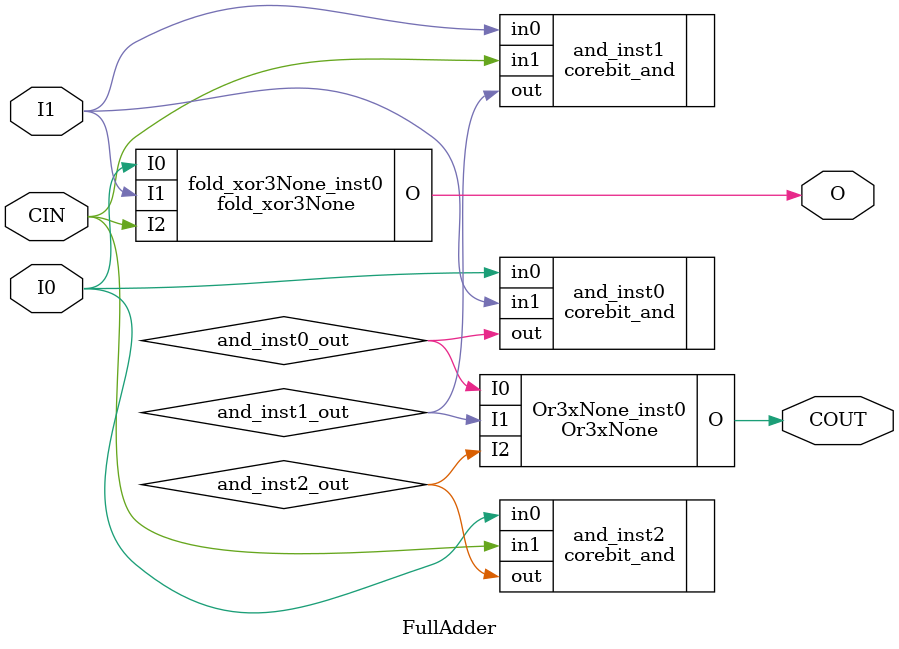
<source format=v>
module fold_xor3None (input I0, input I1, input I2, output O);
wire xor_inst0_out;
corebit_xor xor_inst0(.in0(I0), .in1(I1), .out(xor_inst0_out));
corebit_xor xor_inst1(.in0(xor_inst0_out), .in1(I2), .out(O));
endmodule

module Or3xNone (input I0, input I1, input I2, output O);
assign O = | ({I2,I1,I0});
endmodule

module FullAdder (input CIN, output COUT, input I0, input I1, output O);
wire and_inst0_out;
wire and_inst1_out;
wire and_inst2_out;
Or3xNone Or3xNone_inst0(.I0(and_inst0_out), .I1(and_inst1_out), .I2(and_inst2_out), .O(COUT));
corebit_and and_inst0(.in0(I0), .in1(I1), .out(and_inst0_out));
corebit_and and_inst1(.in0(I1), .in1(CIN), .out(and_inst1_out));
corebit_and and_inst2(.in0(I0), .in1(CIN), .out(and_inst2_out));
fold_xor3None fold_xor3None_inst0(.I0(I0), .I1(I1), .I2(CIN), .O(O));
endmodule


</source>
